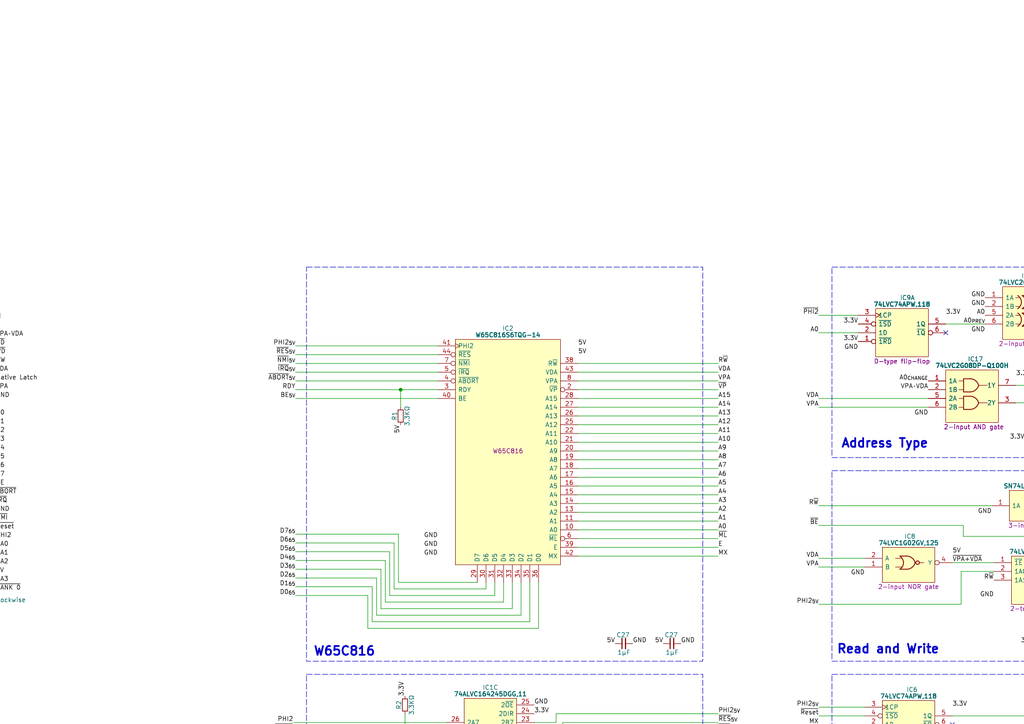
<source format=kicad_sch>
(kicad_sch (version 20230121) (generator eeschema)
  (paper "A4")
  (junction (at 144.145 274.32))
  (junction (at 118.745 214.63))
  (junction (at 121.285 219.71))
  (junction (at 117.475 222.25))
  (junction (at 116.205 113.03))
  (junction (at 440.69 187.96))
  (junction (at 120.015 217.17))
  (junction (at 114.935 274.32))
  (no_connect (at 440.69 88.265))
  (no_connect (at 349.885 163.195))
  (no_connect (at 313.69 168.275))
  (no_connect (at 428.625 277.495))
  (no_connect (at 311.15 87.63))
  (no_connect (at 313.69 165.735))
  (no_connect (at -13.97 166.37))
  (no_connect (at 276.225 210.185))
  (no_connect (at 276.225 220.345))
  (no_connect (at 440.69 93.345))
  (no_connect (at 440.69 90.805))
  (no_connect (at 274.32 96.52))
  (no_connect (at 140.335 279.4))
  (wire (pts (xy 512.445 116.205) (xy 486.41 116.205)))
  (wire (pts (xy 99.695 274.32) (xy 114.935 274.32)))
  (wire (pts (xy 99.695 274.32) (xy 99.695 279.4)))
  (wire (pts (xy 208.28 130.81) (xy 167.64 130.81)))
  (wire (pts (xy 85.725 115.57) (xy 127 115.57)))
  (wire (pts (xy 121.285 219.71) (xy 121.285 234.95)))
  (wire (pts (xy 118.745 214.63) (xy 129.54 214.63)))
  (wire (pts (xy 208.28 133.35) (xy 167.64 133.35)))
  (wire (pts (xy 115.57 168.91) (xy 115.57 154.94)))
  (wire (pts (xy 512.445 111.125) (xy 486.41 111.125)))
  (wire (pts (xy 445.77 109.22) (xy 445.77 106.045)))
  (wire (pts (xy 440.055 101.6) (xy 440.055 98.425)))
  (wire (pts (xy 274.32 93.98) (xy 285.75 93.98)))
  (wire (pts (xy 237.49 115.57) (xy 269.24 115.57)))
  (wire (pts (xy 451.485 116.84) (xy 451.485 113.665)))
  (wire (pts (xy 320.04 158.115) (xy 320.04 146.685)))
  (wire (pts (xy 237.49 118.11) (xy 269.24 118.11)))
  (wire (pts (xy 208.28 158.75) (xy 167.64 158.75)))
  (wire (pts (xy 156.21 182.245) (xy 106.68 182.245)))
  (wire (pts (xy 389.89 85.725) (xy 415.29 85.725)))
  (wire (pts (xy 114.935 274.32) (xy 114.935 276.86)))
  (wire (pts (xy 455.295 121.92) (xy 455.295 118.745)))
  (wire (pts (xy 170.815 219.71) (xy 170.815 222.25)))
  (wire (pts (xy 441.96 100.965) (xy 461.01 100.965)))
  (wire (pts (xy 114.3 157.48) (xy 85.725 157.48)))
  (wire (pts (xy 360.045 217.805) (xy 276.225 217.805)))
  (wire (pts (xy 85.725 170.18) (xy 107.95 170.18)))
  (wire (pts (xy 111.76 174.625) (xy 146.05 174.625)))
  (wire (pts (xy 512.445 208.28) (xy 486.41 208.28)))
  (wire (pts (xy 208.28 156.21) (xy 167.64 156.21)))
  (wire (pts (xy 167.005 217.17) (xy 154.94 217.17)))
  (wire (pts (xy 208.28 118.11) (xy 167.64 118.11)))
  (wire (pts (xy 278.765 175.26) (xy 278.765 165.735)))
  (wire (pts (xy 208.28 161.29) (xy 167.64 161.29)))
  (wire (pts (xy 360.045 273.685) (xy 342.9 273.685)))
  (wire (pts (xy 360.045 207.645) (xy 276.225 207.645)))
  (wire (pts (xy 208.28 125.73) (xy 167.64 125.73)))
  (wire (pts (xy 309.245 273.685) (xy 309.245 280.035)))
  (wire (pts (xy 106.68 182.245) (xy 106.68 172.72)))
  (wire (pts (xy 445.77 106.045) (xy 461.01 106.045)))
  (wire (pts (xy 117.475 207.01) (xy 117.475 222.25)))
  (wire (pts (xy 167.005 214.63) (xy 167.005 217.17)))
  (wire (pts (xy 449.58 111.125) (xy 461.01 111.125)))
  (wire (pts (xy 512.445 118.745) (xy 486.41 118.745)))
  (wire (pts (xy 168.91 219.71) (xy 154.94 219.71)))
  (wire (pts (xy 138.43 168.91) (xy 115.57 168.91)))
  (wire (pts (xy 389.89 114.3) (xy 449.58 114.3)))
  (wire (pts (xy 453.39 119.38) (xy 453.39 116.205)))
  (wire (pts (xy 389.89 149.86) (xy 415.29 149.86)))
  (wire (pts (xy 163.195 209.55) (xy 163.195 212.09)))
  (wire (pts (xy 116.205 113.03) (xy 127 113.03)))
  (wire (pts (xy 311.15 276.225) (xy 311.15 294.64)))
  (wire (pts (xy 389.89 165.1) (xy 415.29 165.1)))
  (wire (pts (xy 113.03 172.72) (xy 113.03 160.02)))
  (wire (pts (xy 153.67 180.34) (xy 153.67 168.91)))
  (wire (pts (xy 443.865 103.505) (xy 461.01 103.505)))
  (wire (pts (xy 208.28 120.65) (xy 167.64 120.65)))
  (wire (pts (xy 208.28 143.51) (xy 167.64 143.51)))
  (wire (pts (xy 116.205 234.95) (xy 121.285 234.95)))
  (wire (pts (xy 321.31 170.815) (xy 321.31 168.275)))
  (wire (pts (xy 389.89 162.56) (xy 415.29 162.56)))
  (wire (pts (xy 512.445 274.955) (xy 428.625 274.955)))
  (wire (pts (xy 85.09 222.25) (xy 117.475 222.25)))
  (wire (pts (xy 163.195 212.09) (xy 154.94 212.09)))
  (wire (pts (xy 85.725 113.03) (xy 116.205 113.03)))
  (wire (pts (xy 307.975 271.145) (xy 317.5 271.145)))
  (wire (pts (xy 237.49 205.105) (xy 250.825 205.105)))
  (wire (pts (xy 389.89 167.64) (xy 415.29 167.64)))
  (wire (pts (xy 208.28 113.03) (xy 167.64 113.03)))
  (wire (pts (xy 144.145 279.4) (xy 144.145 274.32)))
  (wire (pts (xy 85.09 209.55) (xy 129.54 209.55)))
  (wire (pts (xy 389.89 101.6) (xy 440.055 101.6)))
  (wire (pts (xy 237.49 297.18) (xy 279.4 297.18)))
  (wire (pts (xy 109.22 167.64) (xy 85.725 167.64)))
  (wire (pts (xy 237.49 152.4) (xy 279.4 152.4)))
  (wire (pts (xy 156.21 168.91) (xy 156.21 182.245)))
  (wire (pts (xy 107.95 170.18) (xy 107.95 180.34)))
  (wire (pts (xy 512.445 108.585) (xy 486.41 108.585)))
  (wire (pts (xy 321.31 168.275) (xy 324.485 168.275)))
  (wire (pts (xy 85.725 110.49) (xy 127 110.49)))
  (wire (pts (xy 208.28 140.97) (xy 167.64 140.97)))
  (wire (pts (xy 208.28 219.71) (xy 170.815 219.71)))
  (wire (pts (xy 148.59 168.91) (xy 148.59 176.53)))
  (wire (pts (xy 144.145 274.32) (xy 149.225 274.32)))
  (wire (pts (xy 109.22 178.435) (xy 109.22 167.64)))
  (wire (pts (xy 116.205 232.41) (xy 120.015 232.41)))
  (wire (pts (xy 106.68 172.72) (xy 85.725 172.72)))
  (wire (pts (xy 512.445 106.045) (xy 486.41 106.045)))
  (wire (pts (xy 85.09 219.71) (xy 121.285 219.71)))
  (wire (pts (xy 85.725 102.87) (xy 127 102.87)))
  (wire (pts (xy 512.445 198.12) (xy 486.41 198.12)))
  (wire (pts (xy 512.445 210.82) (xy 486.41 210.82)))
  (wire (pts (xy 276.225 163.195) (xy 288.29 163.195)))
  (wire (pts (xy 512.445 203.2) (xy 486.41 203.2)))
  (wire (pts (xy 208.28 153.67) (xy 167.64 153.67)))
  (wire (pts (xy 324.485 158.115) (xy 320.04 158.115)))
  (wire (pts (xy 208.28 148.59) (xy 167.64 148.59)))
  (wire (pts (xy 120.015 232.41) (xy 120.015 217.17)))
  (wire (pts (xy 121.285 219.71) (xy 129.54 219.71)))
  (wire (pts (xy 151.13 168.91) (xy 151.13 178.435)))
  (wire (pts (xy 389.89 90.805) (xy 415.29 90.805)))
  (wire (pts (xy 118.745 214.63) (xy 118.745 229.87)))
  (wire (pts (xy 165.1 214.63) (xy 154.94 214.63)))
  (wire (pts (xy 389.89 280.035) (xy 403.225 280.035)))
  (wire (pts (xy 237.49 292.1) (xy 279.4 292.1)))
  (wire (pts (xy 161.29 209.55) (xy 154.94 209.55)))
  (wire (pts (xy 389.89 147.32) (xy 415.29 147.32)))
  (wire (pts (xy 237.49 175.26) (xy 278.765 175.26)))
  (wire (pts (xy 440.055 98.425) (xy 461.01 98.425)))
  (wire (pts (xy 237.49 210.185) (xy 250.825 210.185)))
  (wire (pts (xy 389.89 157.48) (xy 415.29 157.48)))
  (wire (pts (xy 85.725 154.94) (xy 115.57 154.94)))
  (wire (pts (xy 512.445 103.505) (xy 486.41 103.505)))
  (wire (pts (xy 237.49 96.52) (xy 248.92 96.52)))
  (wire (pts (xy 389.89 121.92) (xy 455.295 121.92)))
  (wire (pts (xy 85.09 217.17) (xy 120.015 217.17)))
  (wire (pts (xy 208.28 217.17) (xy 168.91 217.17)))
  (wire (pts (xy 143.51 168.91) (xy 143.51 172.72)))
  (wire (pts (xy 237.49 264.795) (xy 278.765 264.795)))
  (wire (pts (xy 360.045 99.695) (xy 349.885 99.695)))
  (wire (pts (xy 320.04 146.685) (xy 313.055 146.685)))
  (wire (pts (xy 512.445 195.58) (xy 486.41 195.58)))
  (wire (pts (xy 304.165 264.795) (xy 307.975 264.795)))
  (wire (pts (xy 85.09 224.79) (xy 88.9 224.79)))
  (wire (pts (xy 208.28 138.43) (xy 167.64 138.43)))
  (wire (pts (xy 237.49 207.645) (xy 250.825 207.645)))
  (wire (pts (xy 512.445 205.74) (xy 486.41 205.74)))
  (wire (pts (xy 389.89 152.4) (xy 415.29 152.4)))
  (wire (pts (xy 110.49 176.53) (xy 110.49 165.1)))
  (wire (pts (xy 360.045 158.115) (xy 349.885 158.115)))
  (wire (pts (xy 440.69 200.66) (xy 440.69 187.96)))
  (wire (pts (xy 453.39 116.205) (xy 461.01 116.205)))
  (wire (pts (xy 165.1 212.09) (xy 165.1 214.63)))
  (wire (pts (xy 237.49 294.64) (xy 279.4 294.64)))
  (wire (pts (xy 151.13 178.435) (xy 109.22 178.435)))
  (wire (pts (xy 208.28 229.87) (xy 198.12 229.87)))
  (wire (pts (xy 360.045 111.76) (xy 294.64 111.76)))
  (wire (pts (xy 389.89 106.68) (xy 443.865 106.68)))
  (wire (pts (xy 237.49 277.495) (xy 250.825 277.495)))
  (wire (pts (xy 512.445 193.04) (xy 486.41 193.04)))
  (wire (pts (xy 278.765 165.735) (xy 288.29 165.735)))
  (wire (pts (xy 461.01 200.66) (xy 440.69 200.66)))
  (wire (pts (xy 208.28 107.95) (xy 167.64 107.95)))
  (wire (pts (xy 441.96 104.14) (xy 441.96 100.965)))
  (wire (pts (xy 311.15 294.64) (xy 304.8 294.64)))
  (wire (pts (xy 140.335 274.32) (xy 144.145 274.32)))
  (wire (pts (xy 237.49 267.335) (xy 278.765 267.335)))
  (wire (pts (xy 208.28 135.89) (xy 167.64 135.89)))
  (wire (pts (xy 208.28 209.55) (xy 163.195 209.55)))
  (wire (pts (xy 443.865 106.68) (xy 443.865 103.505)))
  (wire (pts (xy 85.09 214.63) (xy 118.745 214.63)))
  (wire (pts (xy 389.89 154.94) (xy 415.29 154.94)))
  (wire (pts (xy 140.97 170.815) (xy 114.3 170.815)))
  (wire (pts (xy 116.205 229.87) (xy 118.745 229.87)))
  (wire (pts (xy 208.28 105.41) (xy 167.64 105.41)))
  (wire (pts (xy 389.89 160.02) (xy 415.29 160.02)))
  (wire (pts (xy 309.245 280.035) (xy 276.225 280.035)))
  (wire (pts (xy 360.045 173.355) (xy 349.885 173.355)))
  (wire (pts (xy 440.69 187.96) (xy 461.01 187.96)))
  (wire (pts (xy 85.725 162.56) (xy 111.76 162.56)))
  (wire (pts (xy 279.4 152.4) (xy 279.4 155.575)))
  (wire (pts (xy 389.89 109.22) (xy 445.77 109.22)))
  (wire (pts (xy 85.725 107.95) (xy 127 107.95)))
  (wire (pts (xy 447.675 111.76) (xy 447.675 108.585)))
  (wire (pts (xy 237.49 161.925) (xy 250.825 161.925)))
  (wire (pts (xy 85.725 100.33) (xy 127 100.33)))
  (wire (pts (xy 116.205 113.03) (xy 116.205 118.11)))
  (wire (pts (xy 107.95 180.34) (xy 153.67 180.34)))
  (wire (pts (xy 455.295 118.745) (xy 461.01 118.745)))
  (wire (pts (xy 311.15 276.225) (xy 317.5 276.225)))
  (wire (pts (xy 208.28 214.63) (xy 167.005 214.63)))
  (wire (pts (xy 317.5 273.685) (xy 309.245 273.685)))
  (wire (pts (xy 148.59 176.53) (xy 110.49 176.53)))
  (wire (pts (xy 120.015 217.17) (xy 129.54 217.17)))
  (wire (pts (xy 143.51 172.72) (xy 113.03 172.72)))
  (wire (pts (xy 447.675 108.585) (xy 461.01 108.585)))
  (wire (pts (xy 113.03 160.02) (xy 85.725 160.02)))
  (wire (pts (xy 360.045 168.275) (xy 349.885 168.275)))
  (wire (pts (xy 99.695 279.4) (xy 100.965 279.4)))
  (wire (pts (xy 208.28 241.935) (xy 168.275 241.935)))
  (wire (pts (xy 389.89 104.14) (xy 441.96 104.14)))
  (wire (pts (xy 117.475 222.25) (xy 129.54 222.25)))
  (wire (pts (xy 237.49 164.465) (xy 250.825 164.465)))
  (wire (pts (xy 208.28 151.13) (xy 167.64 151.13)))
  (wire (pts (xy 170.815 222.25) (xy 154.94 222.25)))
  (wire (pts (xy 512.445 100.965) (xy 486.41 100.965)))
  (wire (pts (xy 208.28 212.09) (xy 165.1 212.09)))
  (wire (pts (xy 110.49 165.1) (xy 85.725 165.1)))
  (wire (pts (xy 389.89 144.78) (xy 415.29 144.78)))
  (wire (pts (xy 237.49 280.035) (xy 250.825 280.035)))
  (wire (pts (xy 85.725 105.41) (xy 127 105.41)))
  (wire (pts (xy 512.445 113.665) (xy 486.41 113.665)))
  (wire (pts (xy 449.58 114.3) (xy 449.58 111.125)))
  (wire (pts (xy 237.49 215.265) (xy 250.825 215.265)))
  (wire (pts (xy 237.49 262.255) (xy 278.765 262.255)))
  (wire (pts (xy 208.28 128.27) (xy 167.64 128.27)))
  (wire (pts (xy 208.28 146.05) (xy 167.64 146.05)))
  (wire (pts (xy 313.69 173.355) (xy 324.485 173.355)))
  (wire (pts (xy 451.485 113.665) (xy 461.01 113.665)))
  (wire (pts (xy 208.28 207.01) (xy 161.29 207.01)))
  (wire (pts (xy 208.28 110.49) (xy 167.64 110.49)))
  (wire (pts (xy 237.49 146.685) (xy 287.655 146.685)))
  (wire (pts (xy 168.91 217.17) (xy 168.91 219.71)))
  (wire (pts (xy 360.045 116.84) (xy 294.64 116.84)))
  (wire (pts (xy 85.09 212.09) (xy 129.54 212.09)))
  (wire (pts (xy 389.89 111.76) (xy 447.675 111.76)))
  (wire (pts (xy 389.89 88.265) (xy 415.29 88.265)))
  (wire (pts (xy 161.29 207.01) (xy 161.29 209.55)))
  (wire (pts (xy 140.97 168.91) (xy 140.97 170.815)))
  (wire (pts (xy 512.445 190.5) (xy 486.41 190.5)))
  (wire (pts (xy 208.28 123.19) (xy 167.64 123.19)))
  (wire (pts (xy 111.76 162.56) (xy 111.76 174.625)))
  (wire (pts (xy 237.49 91.44) (xy 248.92 91.44)))
  (wire (pts (xy 279.4 155.575) (xy 324.485 155.575)))
  (wire (pts (xy 389.89 274.955) (xy 403.225 274.955)))
  (wire (pts (xy 389.89 119.38) (xy 453.39 119.38)))
  (wire (pts (xy 440.69 95.885) (xy 461.01 95.885)))
  (wire (pts (xy 389.89 116.84) (xy 451.485 116.84)))
  (wire (pts (xy 146.05 174.625) (xy 146.05 168.91)))
  (wire (pts (xy 208.28 115.57) (xy 167.64 115.57)))
  (wire (pts (xy 307.975 264.795) (xy 307.975 271.145)))
  (wire (pts (xy 313.69 170.815) (xy 321.31 170.815)))
  (wire (pts (xy 114.3 170.815) (xy 114.3 157.48)))
  (rectangle (start 241.3 254.635) (end 356.235 309.88) (stroke (width 0) (type dash)))
  (rectangle (start 88.9 195.58) (end 203.835 250.825) (stroke (width 0) (type dash)))
  (rectangle (start 88.9 254.635) (end 203.835 309.88) (stroke (width 0) (type dash)))
  (rectangle (start 393.7 77.47) (end 508.635 132.715) (stroke (width 0) (type dash)))
  (rectangle (start 241.3 136.525) (end 356.235 191.77) (stroke (width 0) (type dash)))
  (rectangle (start 393.7 254.635) (end 508.635 309.88) (stroke (width 0) (type dash)))
  (rectangle (start 241.3 77.47) (end 356.235 132.715) (stroke (width 0) (type dash)))
  (rectangle (start 241.3 195.58) (end 356.235 250.825) (stroke (width 0) (type dash)))
  (rectangle (start 88.9 77.47) (end 203.835 191.77) (stroke (width 0) (type dash)))
  (rectangle (start 393.7 136.525) (end 508.635 250.825) (stroke (width 0) (type dash)))
  (text "Data" (at 394.97 130.81 0) (effects (font (size 2.54 2.54) (thickness 0.508) bold) (justify left bottom)))
  (text "Bank Zero detect" (at 242.57 307.975 0) (effects (font (size 2.54 2.54) (thickness 0.508) bold) (justify left bottom)))
  (text "Read and Write" (at 242.57 189.865 0) (effects (font (size 2.54 2.54) (thickness 0.508) bold) (justify left bottom)))
  (text "Bank Capture" (at 395.605 248.285 0) (effects (font (size 2.54 2.54) (thickness 0.508) bold) (justify left bottom)))
  (text "Address Type" (at 243.84 130.175 0) (effects (font (size 2.54 2.54) (thickness 0.508) bold) (justify left bottom)))
  (text "M and X capture" (at 242.57 248.92 0) (effects (font (size 2.54 2.54) (thickness 0.508) bold) (justify left bottom)))
  (text "Power" (at 91.44 306.705 0) (effects (font (size 2.54 2.54) (thickness 0.508) bold) (justify left bottom)))
  (text "W65C816" (at 90.805 190.5 0) (effects (font (size 2.54 2.54) (thickness 0.508) bold) (justify left bottom)))
  (text "Native Mode" (at 394.97 307.975 0) (effects (font (size 2.54 2.54) (thickness 0.508) bold) (justify left bottom)))
  (text "Signals" (at 90.805 248.92 0) (effects (font (size 2.54 2.54) (thickness 0.508) bold) (justify left bottom)))
  (label "3.3V" (at 311.15 85.09 0))
  (label "GND" (at 318.77 127.635 0))
  (label "GND" (at 415.29 191.77 180))
  (label "GND" (at 415.29 95.885 180))
  (label "BE" (at -13.97 140.97 180))
  (label "BA5" (at 483.235 167.005 0))
  (label "~{RD}_{PART}" (at 313.69 173.355 0))
  (label "GND" (at -13.97 115.57 180))
  (label "BE_{5V}" (at 208.28 219.71 0))
  (label "A6" (at 208.28 138.43 0))
  (label "3.3V" (at 190.5 304.165 180))
  (label "GND" (at -1.27 148.59 0))
  (label "Opcode Valid" (at 360.045 111.76 0))
  (label "R~{W}" (at 237.49 146.685 180))
  (label "5V" (at -1.27 166.37 0))
  (label "D1" (at -1.27 123.19 0))
  (label "GND" (at 302.26 127.635 0))
  (label "GND" (at 191.135 287.655 0))
  (label "~{IRQ}" (at -1.27 146.05 0))
  (label "3.3V" (at 154.94 207.01 0))
  (label "VPA·VDA" (at 360.045 116.84 0))
  (label "GND" (at 324.485 103.505 180))
  (label "GND" (at 179.705 304.165 0))
  (label "~{IRQ}_{5V}" (at 85.725 107.95 180))
  (label "A13" (at -13.97 133.35 180))
  (label "D5_{VHC}" (at 440.69 154.94 0))
  (label "BA2" (at 483.235 151.13 0))
  (label "GND" (at 250.825 225.425 180))
  (label "GND" (at 191.135 285.115 0))
  (label "D7" (at -1.27 138.43 0))
  (label "D4" (at 512.445 108.585 0))
  (label "GND" (at 337.185 304.8 0))
  (label "GND" (at 285.75 96.52 180))
  (label "3.3V" (at 313.69 127.635 180))
  (label "MX" (at 208.28 161.29 0))
  (label "D5_{65}" (at 389.89 109.22 180))
  (label "D6_{65}" (at 389.89 106.68 180))
  (label "A14" (at 208.28 118.11 0))
  (label "D4_{VHC}" (at 462.915 164.465 180))
  (label "5V" (at 482.6 245.11 180))
  (label "A0_{PREV}" (at 285.75 93.98 180))
  (label "~{ABORT}_{5V}" (at 208.28 217.17 0))
  (label "D2_{65}" (at 389.89 116.84 180))
  (label "3.3V" (at 329.565 186.69 180))
  (label "A15" (at 208.28 115.57 0))
  (label "~{PHI2}" (at 237.49 215.265 180))
  (label "R~{W}" (at 288.29 168.275 180))
  (label "D5_{65}" (at 461.01 195.58 180))
  (label "BA3" (at 512.445 210.82 0))
  (label "D1_{65}" (at 85.725 170.18 180))
  (label "~{NMI}_{5V}" (at 85.725 105.41 180))
  (label "3.3V" (at 344.805 245.745 180))
  (label "GND" (at 250.825 167.005 180))
  (label "5V" (at 167.64 100.33 0))
  (label "GND" (at 172.72 232.41 180))
  (label "A5" (at -13.97 110.49 180))
  (label "GND" (at 324.485 163.195 180))
  (label "GND" (at 269.24 120.65 180))
  (label "VPA" (at 208.28 110.49 0))
  (label "~{DE}" (at 440.69 95.885 0))
  (label "BA6" (at -13.97 158.75 180))
  (label "A15" (at -13.97 138.43 180))
  (label "VPA" (at 237.49 118.11 180))
  (label "3.3V" (at 248.92 99.06 180))
  (label "A5" (at 208.28 140.97 0))
  (label "A7" (at -13.97 118.11 180))
  (label "D1_{65}" (at 389.89 119.38 180))
  (label "GND" (at 197.485 186.69 0))
  (label "5V" (at 178.435 186.69 180))
  (label "GND" (at 305.435 186.69 0))
  (label "BA1" (at 483.235 148.59 0))
  (label "D7" (at 512.445 100.965 0))
  (label "BA1" (at 237.49 294.64 180))
  (label "D5" (at 512.445 106.045 0))
  (label "D2" (at -1.27 125.73 0))
  (label "MX" (at 237.49 210.185 180))
  (label "BA5" (at 237.49 267.335 180))
  (label "5V" (at 332.105 304.8 180))
  (label "RDY" (at 85.725 113.03 180))
  (label "BA5+BA6+BA7" (at 304.165 264.795 0))
  (label "X" (at -1.27 95.25 0))
  (label "A9" (at 208.28 130.81 0))
  (label "D6_{VHC}" (at 462.915 169.545 180))
  (label "GND" (at 285.75 88.9 180))
  (label "A4" (at -13.97 107.95 180))
  (label "3.3V" (at 198.12 227.33 0))
  (label "RDY" (at -13.97 143.51 180))
  (label "D6_{65}" (at 85.725 157.48 180))
  (label "BE" (at 85.09 222.25 180))
  (label "VDA" (at -1.27 107.95 0))
  (label "BA0" (at -1.27 158.75 0))
  (label "FET ~{OE}" (at 440.69 187.96 0))
  (label "D7_{65}" (at 389.89 104.14 180))
  (label "BA2" (at -1.27 163.83 0))
  (label "BA0" (at 483.235 146.05 0))
  (label "A3" (at 208.28 146.05 0))
  (label "5V" (at 304.165 262.255 0))
  (label "D1_{VHC}" (at 440.69 165.1 0))
  (label "D1_{65}" (at 389.89 165.1 180))
  (label "GND" (at 501.015 245.11 0))
  (label "3.3V" (at 149.225 274.32 0))
  (label "BA4" (at 483.235 164.465 0))
  (label "GND" (at 287.655 149.225 180))
  (label "A0" (at 285.75 91.44 180))
  (label "~{ML}" (at 208.28 156.21 0))
  (label "D6_{VHC}" (at 440.69 152.4 0))
  (label "GND" (at 165.735 282.575 180))
  (label "~{ABORT}" (at 85.09 219.71 180))
  (label "3.3V" (at 294.64 109.22 0))
  (label "5V" (at 305.435 304.8 180))
  (label "DE" (at 389.89 88.265 180))
  (label "BA0" (at 237.49 297.18 180))
  (label "A11" (at 208.28 125.73 0))
  (label "D6_{65}" (at 461.01 193.04 180))
  (label "3.3V" (at 428.625 272.415 0))
  (label "GND" (at 154.94 227.33 0))
  (label "D5_{65}" (at 85.725 160.02 180))
  (label "~{BE}" (at 237.49 152.4 180))
  (label "3.3V" (at 313.69 163.195 0))
  (label "D4_{65}" (at 389.89 111.76 180))
  (label "D0_{65}" (at 85.725 172.72 180))
  (label "BA0+BA1+BA2" (at 304.8 294.64 0))
  (label "~{PHI2}" (at 389.89 85.725 180))
  (label "5V" (at 276.225 277.495 0))
  (label "~{BE}" (at 208.28 229.87 0))
  (label "~{NMI}" (at 85.09 214.63 180))
  (label "D1_{VHC}" (at 462.915 148.59 180))
  (label "BA7" (at 512.445 190.5 0))
  (label "A12" (at -13.97 130.81 180))
  (label "3.3V" (at 349.885 155.575 0))
  (label "GND" (at 461.01 213.36 180))
  (label "GND" (at 114.935 279.4 180))
  (label "GND" (at 403.225 277.495 180))
  (label "DE" (at 116.205 237.49 0))
  (label "~{PHI2}" (at 208.28 241.935 0))
  (label "GND" (at 195.58 304.165 0))
  (label "5V" (at 314.325 186.69 180))
  (label "GND" (at 250.825 285.115 180))
  (label "3.3V" (at 248.92 93.98 180))
  (label "D4_{65}" (at 461.01 198.12 180))
  (label "VDA" (at 237.49 161.925 180))
  (label "D3_{VHC}" (at 462.915 153.67 180))
  (label "~{BANK 0}" (at 360.045 273.685 0))
  (label "Native Latch" (at 512.445 274.955 0))
  (label "BA5" (at 512.445 195.58 0))
  (label "GND" (at 487.68 245.11 0))
  (label "D5_{VHC}" (at 462.915 167.005 180))
  (label "~{IRQ}" (at 85.09 217.17 180))
  (label "GND" (at 278.765 269.875 180))
  (label "D1_{65}" (at 461.01 205.74 180))
  (label "A14" (at -13.97 135.89 180))
  (label "D6_{65}" (at 389.89 152.4 180))
  (label "VDA" (at 208.28 107.95 0))
  (label "5V" (at 165.735 267.335 180))
  (label "X" (at 360.045 207.645 0))
  (label "GND" (at 165.735 290.195 180))
  (label "BA6" (at 483.235 169.545 0))
  (label "GND" (at 403.225 282.575 180))
  (label "D3" (at -1.27 128.27 0))
  (label "3.3V" (at 95.885 237.49 180))
  (label "A1" (at -13.97 95.25 180))
  (label "R~{W}" (at 208.28 105.41 0))
  (label "~{R}W" (at 360.045 158.115 0))
  (label "A8" (at -13.97 120.65 180))
  (label "5V" (at 318.77 304.8 180))
  (label "5V" (at 345.44 304.8 180))
  (label "VPA" (at 324.485 100.965 180))
  (label "A3" (at -13.97 105.41 180))
  (label "3.3V" (at 313.055 144.145 0))
  (label "A1" (at 208.28 151.13 0))
  (label "PHI2_{5V}" (at 237.49 205.105 180))
  (label "5V" (at 99.695 274.32 180))
  (label "~{NMI}_{5V}" (at 208.28 212.09 0))
  (label "GND" (at 191.135 290.195 0))
  (label "GND" (at 154.94 224.79 0))
  (label "3.3V" (at 191.135 267.335 0))
  (label "5V" (at 495.935 245.11 180))
  (label "VPA" (at 237.49 164.465 180))
  (label "~{R}W" (at -1.27 105.41 0))
  (label "BA6" (at 512.445 193.04 0))
  (label "~{VP}" (at -13.97 168.91 180))
  (label "BA7" (at 237.49 262.255 180))
  (label "A4" (at 208.28 143.51 0))
  (label "GND" (at 127 156.21 180))
  (label "D3_{65}" (at 85.725 165.1 180))
  (label "BE" (at 389.89 90.805 180))
  (label "BE_{5V}" (at 85.725 115.57 180))
  (label "BA3" (at -1.27 168.91 0))
  (label "PHI2" (at -1.27 156.21 0))
  (label "A0" (at 237.49 96.52 180))
  (label "BA5" (at -13.97 161.29 180))
  (label "3.3V" (at 250.825 222.885 180))
  (label "D5" (at -1.27 133.35 0))
  (label "BA3" (at 483.235 153.67 0))
  (label "D3" (at 512.445 111.125 0))
  (label "D0" (at 512.445 118.745 0))
  (label "~{ABORT}" (at -1.27 143.51 0))
  (label "D2_{65}" (at 461.01 208.28 180))
  (label "~{WD}" (at 360.045 168.275 0))
  (label "GND" (at 106.045 279.4 0))
  (label "3.3V" (at 168.275 239.395 0))
  (label "5V" (at 174.625 304.165 180))
  (label "A8" (at 208.28 133.35 0))
  (label "~{IRQ}_{5V}" (at 208.28 214.63 0))
  (label "D2_{65}" (at 85.725 167.64 180))
  (label "GND" (at 165.735 287.655 180))
  (label "A9" (at -13.97 123.19 180))
  (label "D0_{65}" (at 389.89 121.92 180))
  (label "R~{W}" (at -13.97 151.13 180))
  (label "PHI2" (at 85.09 209.55 180))
  (label "D7_{VHC}" (at 440.69 149.86 0))
  (label "D7_{65}" (at 389.89 149.86 180))
  (label "~{Reset}" (at 237.49 207.645 180))
  (label "3.3V" (at 349.885 97.155 0))
  (label "D3_{65}" (at 389.89 160.02 180))
  (label "VPA·VDA" (at -1.27 97.79 0))
  (label "~{BE}" (at 324.485 160.655 180))
  (label "A0" (at -13.97 92.71 180))
  (label "~{PHI2}" (at 389.89 147.32 180))
  (label "GND" (at 288.29 173.355 180))
  (label "D3_{VHC}" (at 440.69 160.02 0))
  (label "5V" (at 486.41 187.96 0))
  (label "3.3V" (at 440.69 85.725 0))
  (label "D0_{65}" (at 461.01 203.2 180))
  (label "D0_{VHC}" (at 462.915 146.05 180))
  (label "BA0" (at 512.445 203.2 0))
  (label "DE" (at -1.27 140.97 0))
  (label "D4_{65}" (at 85.725 162.56 180))
  (label "GND" (at 129.54 227.33 180))
  (label "3.3V" (at 297.18 127.635 180))
  (label "~{NMI}" (at -1.27 151.13 0))
  (label "GND" (at 324.485 175.895 180))
  (label "RW_{PART}" (at 313.055 146.685 0))
  (label "DE" (at 85.09 224.79 180))
  (label "A13" (at 208.28 120.65 0))
  (label "D2" (at 512.445 113.665 0))
  (label "GND" (at 248.92 101.6 180))
  (label "GND" (at 154.94 204.47 0))
  (label "GND" (at -1.27 115.57 0))
  (label "GND" (at 310.515 304.8 0))
  (label "D6" (at -1.27 135.89 0))
  (label "PHI2_{5V}" (at 237.49 175.26 180))
  (label "D7_{VHC}" (at 462.915 172.085 180))
  (label "~{BE}" (at 324.485 165.735 180))
  (label "D6" (at 512.445 103.505 0))
  (label "5V" (at 276.225 160.655 0))
  (label "5V" (at 440.69 144.78 0))
  (label "GND" (at 415.29 170.18 180))
  (label "MX" (at 250.825 220.345 180))
  (label "BA2" (at 512.445 208.28 0))
  (label "A6" (at -13.97 113.03 180))
  (label "~{Reset}" (at -1.27 153.67 0))
  (label "BA7" (at -13.97 156.21 180))
  (label "GND" (at 127 161.29 180))
  (label "Address Valid" (at 360.045 99.695 0))
  (label "BA1" (at -1.27 161.29 0))
  (label "PHI2" (at 142.875 241.935 180))
  (label "D4_{VHC}" (at 440.69 157.48 0))
  (label "D7_{65}" (at 461.01 190.5 180))
  (label "3.3V" (at 95.885 234.95 180))
  (label "~{RD}" (at 360.045 173.355 0))
  (label "GND" (at 279.4 299.72 180))
  (label "~{BANK 0}" (at -1.27 171.45 0))
  (label "3.3V" (at 250.825 212.725 180))
  (label "~{RD}" (at -1.27 100.33 0))
  (label "A2" (at 208.28 148.59 0))
  (label "GND" (at 319.405 186.69 0))
  (label "R~{W}" (at 389.89 101.6 180))
  (label "GND" (at 334.645 186.69 0))
  (label "BA4" (at -13.97 163.83 180))
  (label "GND" (at 350.52 304.8 0))
  (label "GND" (at -13.97 148.59 180))
  (label "3.3V" (at 274.32 91.44 0))
  (label "~{PHI2}" (at -13.97 153.67 180))
  (label "GND" (at 403.225 272.415 180))
  (label "BE" (at 172.72 229.87 180))
  (label "D2_{VHC}" (at 462.915 151.13 180))
  (label "BA2" (at 237.49 292.1 180))
  (label "~{Reset}" (at 85.09 212.09 180))
  (label "3.3V" (at 276.225 205.105 0))
  (label "A11" (at -13.97 128.27 180))
  (label "3.3V" (at 117.475 201.93 90))
  (label "~{BE}" (at 415.29 186.69 180))
  (label "A0_{CHANGE}" (at 311.15 92.71 0))
  (label "3.3V" (at 300.355 186.69 180))
  (label "E" (at -1.27 118.11 0))
  (label "D4_{65}" (at 389.89 157.48 180))
  (label "~{WD}" (at -1.27 102.87 0))
  (label "GND" (at 317.5 278.765 180))
  (label "M" (at -1.27 92.71 0))
  (label "GND" (at 334.01 127.635 0))
  (label "PHI2_{5V}" (at 208.28 207.01 0))
  (label "3.3V" (at 345.44 186.69 180))
  (label "5V" (at 165.735 269.875 180))
  (label "GND" (at 250.825 282.575 180))
  (label "PHI2_{5V}" (at 85.725 100.33 180))
  (label "A10" (at 208.28 128.27 0))
  (label "GND" (at 501.65 304.8 0))
  (label "~{ML}" (at -13.97 171.45 180))
  (label "M" (at 360.045 217.805 0))
  (label "Native Latch" (at -1.27 110.49 0))
  (label "D2_{65}" (at 389.89 162.56 180))
  (label "GND" (at 350.52 186.69 0))
  (label "VPA" (at -1.27 113.03 0))
  (label "D5_{65}" (at 389.89 154.94 180))
  (label "D2_{VHC}" (at 440.69 162.56 0))
  (label "3.3V" (at 95.885 229.87 180))
  (label "BA4" (at 237.49 277.495 180))
  (label "~{RES}_{5V}" (at 208.28 209.55 0))
  (label "VPA·VDA" (at 269.24 113.03 180))
  (label "~{VPA+VDA}" (at 276.225 163.195 0))
  (label "D0_{65}" (at 389.89 167.64 180))
  (label "D1" (at 512.445 116.205 0))
  (label "A12" (at 208.28 123.19 0))
  (label "5V" (at 167.64 102.87 0))
  (label "~{Reset}" (at 389.89 280.035 180))
  (label "3.3V" (at 328.93 127.635 180))
  (label "A0" (at 208.28 153.67 0))
  (label "~{RES}_{5V}" (at 85.725 102.87 180))
  (label "A10" (at -13.97 125.73 180))
  (label "~{BE}" (at 324.485 170.815 180))
  (label "VDA" (at 324.485 98.425 180))
  (label "BA7" (at 483.235 172.085 0))
  (label "D0" (at -1.27 120.65 0))
  (label "VDA" (at 237.49 115.57 180))
  (label "GND" (at 323.85 304.8 0))
  (label "3.3V" (at 440.69 185.42 0))
  (label "BA4" (at 512.445 198.12 0))
  (label "5V" (at 116.205 123.19 270))
  (label "~{ABORT}_{5V}" (at 85.725 110.49 180))
  (label "GND" (at 349.885 245.745 0))
  (label "~{WD}_{PART}" (at 313.69 170.815 0))
  (label "BA3" (at 237.49 280.035 180))
  (label "D3_{65}" (at 389.89 114.3 180))
  (label "A0_{CHANGE}" (at 269.24 110.49 180))
  (label "D3_{65}" (at 461.01 210.82 180))
  (label "~{Reset}" (at 250.825 217.805 180))
  (label "5V" (at 192.405 186.69 180))
  (label "GND" (at 183.515 186.69 0))
  (label "D4" (at -1.27 130.81 0))
  (label "~{BE}" (at 389.89 144.78 180))
  (label "E" (at 208.28 158.75 0))
  (label "GND" (at 149.225 279.4 0))
  (label "BA3+BA4" (at 276.225 280.035 0))
  (label "GND" (at 142.875 244.475 180))
  (label "A2" (at -13.97 102.87 180))
  (label "3.3V" (at 496.57 304.8 180))
  (label "GND" (at 127 158.75 180))
  (label "5V" (at 342.9 271.145 0))
  (label "A7" (at 208.28 135.89 0))
  (label "3.3V" (at 191.135 269.875 0))
  (label "5V" (at -13.97 97.79 180))
  (label "GND" (at 285.75 86.36 180))
  (label "D0_{VHC}" (at 440.69 167.64 0))
  (label "Opcode Valid" (at -13.97 100.33 180))
  (label "GND" (at 165.735 285.115 180))
  (label "E" (at 389.89 274.955 180))
  (label "D7_{65}" (at 85.725 154.94 180))
  (label "~{PHI2}" (at 237.49 91.44 180))
  (label "PHI2" (at 415.29 189.23 180))
  (label "3.3V" (at 95.885 232.41 180))
  (label "GND" (at 129.54 224.79 180))
  (label "BA1" (at 512.445 205.74 0))
  (label "GND" (at 191.135 282.575 0))
  (label "Address Valid" (at -13.97 146.05 180))
  (label "BA6" (at 237.49 264.795 180))
  (label "~{VP}" (at 208.28 113.03 0))
  (label "5V" (at 304.8 292.1 0))
  (symbol (lib_id "Nexperia:74LVC2G32DP,125_Multi") (at 415.29 186.69 0) (unit 2)
    (property "Reference" "IC15" (at 427.99 180.34 0))
    (property "Value" "74LVC2G32DP,125" (at 427.99 182.245 0) (effects (font bold)))
    (property "Footprint" "SOP65P400X110-8N" (effects hide))
    (property "Datasheet" "https://assets.nexperia.com/documents/data-sheet/74LVC2G32.pdf" (effects hide))
    (property "Description" "2-input OR gate" (at 427.99 194.945 0))
    (property "Height" "1.1" (effects hide))
    (property "Manufacturer_Name" "Nexperia" (effects hide))
    (property "Manufacturer_Part_Number" "74LVC2G32DP,125" (effects hide))
    (property "Mouser Part Number" "771-LVC2G32DP125" (effects hide))
    (property "Mouser Price/Stock" "https://www.mouser.co.uk/ProductDetail/Nexperia/74LVC2G32DP125?qs=me8TqzrmIYW%2FQ9dGbQTEYg%3D%3D" (effects hide))
    (property "Silkscreen" "'2G32" (effects hide))
  )
  (symbol (lib_id "HCP65:C_0805") (at 313.69 127.635 0) (unit 1)
    (property "Reference" "C23" (at 315.976 125.095 0))
    (property "Value" "1μF" (at 316.23 130.175 0))
    (property "Footprint" "SamacSys_Parts:C_0805" (effects hide))
    (instances (project "Pico Sound" (path "" (reference "C23") (unit 1))) (project "MPU Breakout" (path "" (reference "C17") (unit 1)) (path "" (reference "C8") (unit 1))))
  )
  (symbol (lib_id "HCP65:C_0805") (at 318.77 304.8 0) (unit 1)
    (property "Reference" "C30" (at 321.056 302.26 0))
    (property "Value" "1μF" (at 321.31 307.34 0))
    (property "Footprint" "SamacSys_Parts:C_0805" (effects hide))
    (instances (project "Pico Sound" (path "" (reference "C30") (unit 1))) (project "MPU Breakout" (path "" (reference "C4") (unit 1)) (path "" (reference "C10") (unit 1))))
  )
  (symbol (lib_id "HCP65:C_0805") (at 192.405 186.69 0) (unit 1)
    (property "Reference" "C27" (at 194.691 184.15 0))
    (property "Value" "1μF" (at 194.945 189.23 0))
    (property "Footprint" "SamacSys_Parts:C_0805" (effects hide))
    (instances (project "Pico Sound" (path "" (reference "C27") (unit 1))) (project "MPU Breakout" (path "" (reference "C6") (unit 1)) (path "" (reference "C4") (unit 1))))
  )
  (symbol (lib_id "Nexperia:74LVC74APW,118") (at 250.825 205.105 0) (unit 1)
    (property "Reference" "IC6" (at 262.89 200.025 0) (effects (justify left)))
    (property "Value" "74LVC74APW,118" (at 263.525 201.93 0) (effects (font bold)))
    (property "Footprint" "SOP65P640X110-14N" (effects hide))
    (property "Datasheet" "https://assets.nexperia.com/documents/data-sheet/74LVC74A.pdf" (effects hide))
    (property "Description" "D-type flip-flop" (at 263.525 228.6 0))
    (property "Height" "1.1" (effects hide))
    (property "Mouser Part Number" "771-74LVC74APW-T" (effects hide))
    (property "Mouser Price/Stock" "https://www.mouser.co.uk/ProductDetail/Nexperia/74LVC74APW118?qs=me8TqzrmIYVtXwVfet0lzw%3D%3D" (effects hide))
    (property "Manufacturer_Name" "Nexperia" (effects hide))
    (property "Manufacturer_Part_Number" "74LVC74APW,118" (effects hide))
    (property "Silkscreen" "74LVC74" (effects hide))
  )
  (symbol (lib_id "Bourns:CAY16-221J4LF") (at 462.915 146.05 0) (unit 1)
    (property "Reference" "RN2" (at 473.075 140.97 0))
    (property "Value" "CAY16-221J4LF" (at 473.075 142.875 0))
    (property "Footprint" "CAY1647R0F4LF" (effects hide))
    (property "Datasheet" "https://www.bourns.com/docs/Product-Datasheets/CATCAY.pdf" (effects hide))
    (property "Description" "220Ω 4-array resistor" (at 473.075 156.845 0))
    (property "Height" "0.6" (effects hide))
    (property "Manufacturer_Name" "Bourns" (effects hide))
    (property "Manufacturer_Part_Number" "CAY16-221J4LF" (effects hide))
    (property "Mouser Part Number" "652-CAY16-221J4LF" (effects hide))
    (property "Mouser Price/Stock" "https://www.mouser.co.uk/ProductDetail/Bourns/CAY16-221J4LF?qs=BKfsZh40Pd9sAo64tUrb9Q%3D%3D" (effects hide))
    (property "Arrow Part Number" "CAY16-221J4LF" (effects hide))
    (property "Arrow Price/Stock" "https://www.arrow.com/en/products/cay16-221j4lf/bourns?region=nac" (effects hide))
    (property "Silkscreen" "220Ω" (effects hide))
  )
  (symbol (lib_id "Nexperia:74LVC2G32DP,125_Multi") (at 324.485 98.425 0) (unit 1)
    (property "Reference" "IC15" (at 337.185 92.075 0))
    (property "Value" "74LVC2G32DP,125" (at 337.185 93.98 0) (effects (font bold)))
    (property "Footprint" "SOP65P400X110-8N" (effects hide))
    (property "Datasheet" "https://assets.nexperia.com/documents/data-sheet/74LVC2G32.pdf" (effects hide))
    (property "Description" "2-input OR gate" (at 337.185 106.68 0))
    (property "Height" "1.1" (effects hide))
    (property "Manufacturer_Name" "Nexperia" (effects hide))
    (property "Manufacturer_Part_Number" "74LVC2G32DP,125" (effects hide))
    (property "Mouser Part Number" "771-LVC2G32DP125" (effects hide))
    (property "Mouser Price/Stock" "https://www.mouser.co.uk/ProductDetail/Nexperia/74LVC2G32DP125?qs=me8TqzrmIYW%2FQ9dGbQTEYg%3D%3D" (effects hide))
    (property "Silkscreen" "'2G32" (effects hide))
  )
  (symbol (lib_id "HCP65:C_0805") (at 329.565 186.69 0) (unit 1)
    (property "Reference" "C23" (at 331.851 184.15 0))
    (property "Value" "1μF" (at 332.105 189.23 0))
    (property "Footprint" "SamacSys_Parts:C_0805" (effects hide))
    (instances (project "Pico Sound" (path "" (reference "C23") (unit 1))) (project "MPU Breakout" (path "" (reference "C21") (unit 1)) (path "" (reference "C12") (unit 1))))
  )
  (symbol (lib_id "Texas_Instruments:SN74LVC1G332DCKRG4") (at 278.765 262.255 0) (unit 1)
    (property "Reference" "IC10" (at 291.465 257.175 0))
    (property "Value" "SN74LVC1G332DCKRG4" (at 291.465 259.08 0) (effects (font bold)))
    (property "Footprint" "SOT65P210X110-6N" (effects hide))
    (property "Datasheet" "http://www.ti.com/lit/ds/symlink/sn74lvc1g332.pdf" (effects hide))
    (property "Description" "3-input OR gate" (at 291.465 273.05 0))
    (property "Height" "1.1" (effects hide))
    (property "Mouser Part Number" "595-LVC1G332DCKRG4" (effects hide))
    (property "Mouser Price/Stock" "https://www.mouser.co.uk/ProductDetail/Texas-Instruments/SN74LVC1G332DCKRG4?qs=nqigI8dpoHKsm9DcYnuRDQ%3D%3D" (effects hide))
    (property "Manufacturer_Name" "Texas Instruments" (effects hide))
    (property "Manufacturer_Part_Number" "SN74LVC1G332DCKRG4" (effects hide))
    (property "Silkscreen" "'1G332" (effects hide))
  )
  (symbol (lib_id "Bourns:CAY16-221J4LF") (at 462.915 164.465 0) (unit 1)
    (property "Reference" "RN1" (at 473.075 159.385 0))
    (property "Value" "CAY16-221J4LF" (at 473.075 161.29 0))
    (property "Footprint" "CAY1647R0F4LF" (effects hide))
    (property "Datasheet" "https://www.bourns.com/docs/Product-Datasheets/CATCAY.pdf" (effects hide))
    (property "Description" "220Ω 4-array resistor" (at 473.075 175.26 0))
    (property "Height" "0.6" (effects hide))
    (property "Manufacturer_Name" "Bourns" (effects hide))
    (property "Manufacturer_Part_Number" "CAY16-221J4LF" (effects hide))
    (property "Mouser Part Number" "652-CAY16-221J4LF" (effects hide))
    (property "Mouser Price/Stock" "https://www.mouser.co.uk/ProductDetail/Bourns/CAY16-221J4LF?qs=BKfsZh40Pd9sAo64tUrb9Q%3D%3D" (effects hide))
    (property "Arrow Part Number" "CAY16-221J4LF" (effects hide))
    (property "Arrow Price/Stock" "https://www.arrow.com/en/products/cay16-221j4lf/bourns?region=nac" (effects hide))
    (property "Silkscreen" "220Ω" (effects hide))
  )
  (symbol (lib_id "Texas_Instruments:SN74LVC1G332DCKRG4") (at 279.4 292.1 0) (unit 1)
    (property "Reference" "IC12" (at 292.1 287.02 0))
    (property "Value" "SN74LVC1G332DCKRG4" (at 292.1 288.925 0) (effects (font bold)))
    (property "Footprint" "SOT65P210X110-6N" (effects hide))
    (property "Datasheet" "http://www.ti.com/lit/ds/symlink/sn74lvc1g332.pdf" (effects hide))
    (property "Description" "3-input OR gate" (at 292.1 302.895 0))
    (property "Height" "1.1" (effects hide))
    (property "Mouser Part Number" "595-LVC1G332DCKRG4" (effects hide))
    (property "Mouser Price/Stock" "https://www.mouser.co.uk/ProductDetail/Texas-Instruments/SN74LVC1G332DCKRG4?qs=nqigI8dpoHKsm9DcYnuRDQ%3D%3D" (effects hide))
    (property "Manufacturer_Name" "Texas Instruments" (effects hide))
    (property "Manufacturer_Part_Number" "SN74LVC1G332DCKRG4" (effects hide))
    (property "Silkscreen" "'1G332" (effects hide))
  )
  (symbol (lib_id "HCP65:C_0805") (at 496.57 304.8 0) (unit 1)
    (property "Reference" "C23" (at 498.856 302.26 0))
    (property "Value" "1μF" (at 499.11 307.34 0))
    (property "Footprint" "SamacSys_Parts:C_0805" (effects hide))
    (instances (project "Pico Sound" (path "" (reference "C23") (unit 1))) (project "MPU Breakout" (path "" (reference "C1") (unit 1)) (path "" (reference "C19") (unit 1))))
  )
  (symbol (lib_id "Texas_Instruments:SN74LVC1G332DCKRG4") (at 250.825 277.495 0) (unit 1)
    (property "Reference" "IC13" (at 263.525 272.415 0))
    (property "Value" "SN74LVC1G332DCKRG4" (at 263.525 274.32 0) (effects (font bold)))
    (property "Footprint" "SOT65P210X110-6N" (effects hide))
    (property "Datasheet" "http://www.ti.com/lit/ds/symlink/sn74lvc1g332.pdf" (effects hide))
    (property "Description" "3-input OR gate" (at 263.525 288.29 0))
    (property "Height" "1.1" (effects hide))
    (property "Mouser Part Number" "595-LVC1G332DCKRG4" (effects hide))
    (property "Mouser Price/Stock" "https://www.mouser.co.uk/ProductDetail/Texas-Instruments/SN74LVC1G332DCKRG4?qs=nqigI8dpoHKsm9DcYnuRDQ%3D%3D" (effects hide))
    (property "Manufacturer_Name" "Texas Instruments" (effects hide))
    (property "Manufacturer_Part_Number" "SN74LVC1G332DCKRG4" (effects hide))
    (property "Silkscreen" "'1G332" (effects hide))
  )
  (symbol (lib_id "HCP65:R_0805") (at 116.205 123.19 90) (unit 1)
    (property "Reference" "R1" (at 114.427 120.65 0))
    (property "Value" "3.3KΩ" (at 118.11 120.65 0))
    (property "Footprint" "SamacSys_Parts:R_0805" (effects hide))
  )
  (symbol (lib_id "Nexperia:74LVC1G02GV,125") (at 250.825 161.925 0) (unit 1)
    (property "Reference" "IC8" (at 262.255 155.575 0) (effects (justify left)))
    (property "Value" "74LVC1G02GV,125" (at 254.635 157.48 0) (effects (font bold) (justify left)))
    (property "Footprint" "SOT95P275X110-5N" (effects hide))
    (property "Datasheet" "https://assets.nexperia.com/documents/data-sheet/74LVC1G02.pdf" (effects hide))
    (property "Description" "2-input NOR gate" (at 254.635 170.18 0) (effects (justify left)))
    (property "Height" "1.1" (effects hide))
    (property "Manufacturer_Name" "Nexperia" (effects hide))
    (property "Manufacturer_Part_Number" "74LVC1G02GV,125" (effects hide))
    (property "Mouser Part Number" "771-LVC1G02GV125" (effects hide))
    (property "Mouser Price/Stock" "https://www.mouser.co.uk/ProductDetail/Nexperia/74LVC1G02GV125?qs=me8TqzrmIYX6GMf4PLx9gg%3D%3D" (effects hide))
    (property "Silkscreen" "'1G02" (effects hide))
  )
  (symbol (lib_id "Nexperia:74LVC2G86DP,125") (at 285.75 86.36 0) (unit 1)
    (property "Reference" "IC18" (at 298.45 80.01 0))
    (property "Value" "74LVC2G86DP,125" (at 298.45 81.915 0) (effects (font bold)))
    (property "Footprint" "SOP65P400X110-8N" (effects hide))
    (property "Datasheet" "https://assets.nexperia.com/documents/data-sheet/74LVC2G86.pdf" (effects hide))
    (property "Description" "2-input XOR gate" (at 298.45 99.695 0))
    (property "Height" "1.1" (effects hide))
    (property "Manufacturer_Name" "Nexperia" (effects hide))
    (property "Manufacturer_Part_Number" "74LVC2G86DP,125" (effects hide))
    (property "Mouser Part Number" "771-LVC2G86DP125" (effects hide))
    (property "Mouser Price/Stock" "https://www.mouser.co.uk/ProductDetail/Nexperia/74LVC2G86DP125?qs=me8TqzrmIYU4VUcP1CeUGw%3D%3D" (effects hide))
    (property "Silkscreen" "'2G86" (effects hide))
  )
  (symbol (lib_id "WDC:W65C816S6TQG-14") (at 127 100.33 0) (unit 1)
    (property "Reference" "IC2" (at 147.32 95.25 0))
    (property "Value" "W65C816S6TQG-14" (at 147.32 97.155 0) (effects (font bold)))
    (property "Footprint" "SamacSys_Parts:W65C816 PLCC 0.8mm 44 Pin" (effects hide))
    (property "Datasheet" "https://componentsearchengine.com/Datasheets/1/W65C816S6TQG-14.pdf" (effects hide))
    (property "Description" "W65C816" (at 147.32 130.81 0))
    (property "Height" "4.57" (effects hide))
    (property "Mouser Part Number" "955-W65C816S6TQG-14" (effects hide))
    (property "Mouser Price/Stock" "https://www.mouser.co.uk/ProductDetail/Western-Design-Center-WDC/W65C816S6TQG-14?qs=9lcNTSmDlCpDFNJ8GRf7eQ%3D%3D" (effects hide))
    (property "Manufacturer_Name" "Western Design Center (WDC)" (effects hide))
    (property "Manufacturer_Part_Number" "W65C816S6TQG-14" (effects hide))
    (property "Silkscreen" "W65C816S" (effects hide))
  )
  (symbol (lib_id "HCP65:C_0805") (at 314.325 186.69 0) (unit 1)
    (property "Reference" "C27" (at 316.611 184.15 0))
    (property "Value" "1μF" (at 316.865 189.23 0))
    (property "Footprint" "SamacSys_Parts:C_0805" (effects hide))
    (instances (project "Pico Sound" (path "" (reference "C27") (unit 1))) (project "MPU Breakout" (path "" (reference "C14") (unit 1)) (path "" (reference "C9") (unit 1))))
  )
  (symbol (lib_id "HCP65:R_0805") (at 117.475 207.01 90) (unit 1)
    (property "Reference" "R2" (at 115.697 204.47 0))
    (property "Value" "3.3KΩ" (at 119.38 204.47 0))
    (property "Footprint" "SamacSys_Parts:R_0805" (effects hide))
  )
  (symbol (lib_id "Nexperia:74ALVC164245DGG,11_Multi") (at 154.94 204.47 0) (mirror y) (unit 3)
    (property "Reference" "IC1" (at 142.24 199.39 0))
    (property "Value" "74ALVC164245DGG,11" (at 142.24 201.295 0) (effects (font bold)))
    (property "Footprint" "SOP50P810X120-48N" (effects hide))
    (property "Datasheet" "https://assets.nexperia.com/documents/data-sheet/74ALVC164245.pdf" (effects hide))
    (property "Description" "16-bit translating transceiver" (at 142.24 230.505 0))
    (property "Height" "1.2" (effects hide))
    (property "Mouser Part Number" "771-74ALVC164245" (effects hide))
    (property "Mouser Price/Stock" "https://www.mouser.co.uk/ProductDetail/Nexperia/74ALVC164245DGG11?qs=odJ8N4Y39o4j0ykFPcnqaQ%3D%3D" (effects hide))
    (property "Manufacturer_Name" "Nexperia" (effects hide))
    (property "Manufacturer_Part_Number" "74ALVC164245DGG:11" (effects hide))
    (property "Silkscreen" "74ALVC164245DG" (effects hide))
  )
  (symbol (lib_id "HCP65:C_0805") (at 345.44 186.69 0) (unit 1)
    (property "Reference" "C23" (at 347.726 184.15 0))
    (property "Value" "1μF" (at 347.98 189.23 0))
    (property "Footprint" "SamacSys_Parts:C_0805" (effects hide))
    (instances (project "Pico Sound" (path "" (reference "C23") (unit 1))) (project "MPU Breakout" (path "" (reference "C18") (unit 1)) (path "" (reference "C15") (unit 1))))
  )
  (symbol (lib_id "Connector_Generic:Conn_02x32_Counter_Clockwise") (at -8.89 130.81 0) (unit 1)
    (property "Reference" "J7" (at -7.62 90.17 0))
    (property "Value" "Conn_02x32_Counter_Clockwise" (at -7.62 173.99 0))
    (property "Footprint" "SamacSys_Parts:DIP-64_Board_W22.86mm" (effects hide))
  )
  (symbol (lib_id "Nexperia:74ALVC164245DGG,11_Multi") (at 165.735 267.335 0) (unit 1)
    (property "Reference" "IC1" (at 178.435 262.255 0))
    (property "Value" "74ALVC164245DGG,11" (at 178.435 264.16 0) (effects (font bold)))
    (property "Footprint" "SOP50P810X120-48N" (effects hide))
    (property "Datasheet" "https://assets.nexperia.com/documents/data-sheet/74ALVC164245.pdf" (effects hide))
    (property "Description" "16-bit translating transceiver" (at 178.435 293.37 0))
    (property "Height" "1.2" (effects hide))
    (property "Mouser Part Number" "771-74ALVC164245" (effects hide))
    (property "Mouser Price/Stock" "https://www.mouser.co.uk/ProductDetail/Nexperia/74ALVC164245DGG11?qs=odJ8N4Y39o4j0ykFPcnqaQ%3D%3D" (effects hide))
    (property "Manufacturer_Name" "Nexperia" (effects hide))
    (property "Manufacturer_Part_Number" "74ALVC164245DGG:11" (effects hide))
    (property "Silkscreen" "74ALVC164245DG" (effects hide))
  )
  (symbol (lib_id "HCP65:C_0805") (at 300.355 186.69 0) (unit 1)
    (property "Reference" "C23" (at 302.641 184.15 0))
    (property "Value" "1μF" (at 302.895 189.23 0))
    (property "Footprint" "SamacSys_Parts:C_0805" (effects hide))
    (instances (project "Pico Sound" (path "" (reference "C23") (unit 1))) (project "MPU Breakout" (path "" (reference "C15") (unit 1)) (path "" (reference "C6") (unit 1))))
  )
  (symbol (lib_id "HCP65:C_0805") (at 328.93 127.635 0) (unit 1)
    (property "Reference" "C23" (at 331.216 125.095 0))
    (property "Value" "1μF" (at 331.47 130.175 0))
    (property "Footprint" "SamacSys_Parts:C_0805" (effects hide))
    (instances (project "Pico Sound" (path "" (reference "C23") (unit 1))) (project "MPU Breakout" (path "" (reference "C19") (unit 1)) (path "" (reference "C11") (unit 1))))
  )
  (symbol (lib_id "HCP65:C_0805") (at 332.105 304.8 0) (unit 1)
    (property "Reference" "C29" (at 334.391 302.26 0))
    (property "Value" "1μF" (at 334.645 307.34 0))
    (property "Footprint" "SamacSys_Parts:C_0805" (effects hide))
    (instances (project "Pico Sound" (path "" (reference "C29") (unit 1))) (project "MPU Breakout" (path "" (reference "C3") (unit 1)) (path "" (reference "C13") (unit 1))))
  )
  (symbol (lib_id "Nexperia:74LVC139APW,118_Multi") (at 415.29 85.725 0) (unit 2)
    (property "Reference" "IC3" (at 427.355 80.645 0))
    (property "Value" "74LVC139PW,118" (at 427.99 82.55 0) (effects (font bold)))
    (property "Footprint" "SamacSys_Parts:SOP65P640X110-16N" (effects hide))
    (property "Description" "2-to-4 decoder" (at 427.99 99.06 0))
    (property "Silkscreen" "74LVC139" (effects hide))
  )
  (symbol (lib_id "HCP65:C_0805") (at 345.44 304.8 0) (unit 1)
    (property "Reference" "C28" (at 347.726 302.26 0))
    (property "Value" "1μF" (at 347.98 307.34 0))
    (property "Footprint" "SamacSys_Parts:C_0805" (effects hide))
    (instances (project "Pico Sound" (path "" (reference "C28") (unit 1))) (project "MPU Breakout" (path "" (reference "C2") (unit 1)) (path "" (reference "C16") (unit 1))))
  )
  (symbol (lib_id "HCP65:C_0805") (at 174.625 304.165 0) (unit 1)
    (property "Reference" "C27" (at 176.911 301.625 0))
    (property "Value" "1μF" (at 177.165 306.705 0))
    (property "Footprint" "SamacSys_Parts:C_0805" (effects hide))
    (instances (project "Pico Sound" (path "" (reference "C27") (unit 1))) (project "MPU Breakout" (path "" (reference "C8") (unit 1)) (path "" (reference "C1") (unit 1))))
  )
  (symbol (lib_id "HCP65:C_0805") (at 495.935 245.11 0) (unit 1)
    (property "Reference" "C27" (at 498.221 242.57 0))
    (property "Value" "1μF" (at 498.475 247.65 0))
    (property "Footprint" "SamacSys_Parts:C_0805" (effects hide))
    (instances (project "Pico Sound" (path "" (reference "C27") (unit 1))) (project "MPU Breakout" (path "" (reference "C13") (unit 1)) (path "" (reference "C18") (unit 1))))
  )
  (symbol (lib_id "Nexperia:74LVC2G08DP-Q100H") (at 269.24 110.49 0) (unit 1)
    (property "Reference" "IC17" (at 280.67 104.14 0) (effects (justify left)))
    (property "Value" "74LVC2G08DP-Q100H" (at 281.94 106.045 0) (effects (font bold)))
    (property "Footprint" "SOP65P400X110-8N" (effects hide))
    (property "Datasheet" "https://assets.nexperia.com/documents/data-sheet/74LVC2G08_Q100.pdf" (effects hide))
    (property "Description" "2-input AND gate" (at 273.685 123.825 0) (effects (justify left)))
    (property "Height" "1.1" (effects hide))
    (property "Manufacturer_Name" "Nexperia" (effects hide))
    (property "Manufacturer_Part_Number" "74LVC2G08DP-Q100H" (effects hide))
    (property "Mouser Part Number" "771-74LVC2G08DPQ100H" (effects hide))
    (property "Mouser Price/Stock" "https://www.mouser.co.uk/ProductDetail/Nexperia/74LVC2G08DP-Q100H?qs=fi7yB2oewZnJ07IC2YGuEQ%3D%3D" (effects hide))
    (property "Silkscreen" "'2G08" (effects hide))
  )
  (symbol (lib_id "Toshiba:74VHCT573AFT") (at 415.29 144.78 0) (unit 1)
    (property "Reference" "IC5" (at 427.99 139.7 0))
    (property "Value" "74VHCT573AFT" (at 427.99 141.605 0) (effects (font bold)))
    (property "Footprint" "SOP65P640X120-20N" (effects hide))
    (property "Datasheet" "https://www.mouser.co.za/datasheet/2/408/74VHCT573AFT_datasheet_en_20160804-2936705.pdf" (effects hide))
    (property "Description" "8-bit D-type latch" (at 427.99 173.355 0))
    (property "Height" "1.2" (effects hide))
    (property "Manufacturer_Name" "Toshiba" (effects hide))
    (property "Manufacturer_Part_Number" "74VHCT573AFT" (effects hide))
    (property "Mouser Part Number" "N/A" (effects hide))
    (property "Mouser Price/Stock" "https://www.mouser.com/Search/Refine.aspx?Keyword=N%2FA" (effects hide))
    (property "Silkscreen" "74VHCT573AF" (effects hide))
  )
  (symbol (lib_id "Texas_Instruments:SN74LVC3G04DCUR_Multi") (at 287.655 146.685 0) (unit 1)
    (property "Reference" "IC4" (at 301.625 139.065 0))
    (property "Value" "SN74LVC3G04DCUR" (at 300.355 140.97 0) (effects (font bold)))
    (property "Footprint" "SOP50P310X90-8N" (effects hide))
    (property "Datasheet" "http://www.ti.com/lit/gpn/sn74lvc3g04" (effects hide))
    (property "Description" "3-input inverter" (at 300.355 152.4 0))
    (property "Height" "0.9" (effects hide))
    (property "Manufacturer_Name" "Texas Instruments" (effects hide))
    (property "Manufacturer_Part_Number" "SN74LVC3G04DCUR" (effects hide))
    (property "Mouser Part Number" "595-SN74LVC3G04DCUR" (effects hide))
    (property "Mouser Price/Stock" "https://www.mouser.co.uk/ProductDetail/Texas-Instruments/SN74LVC3G04DCUR?qs=vxEfx8VrU7ChLh1GswJlmg%3D%3D" (effects hide))
    (property "Silkscreen" "'3G04" (effects hide))
  )
  (symbol (lib_id "Nexperia:74LVC125APW-Q100J") (at 324.485 155.575 0) (unit 1)
    (property "Reference" "IC14" (at 336.931 150.495 0))
    (property "Value" "74LVC125APW-Q100J" (at 337.693 151.511 0) (effects (font bold) (justify top)))
    (property "Footprint" "SOP65P640X110-14N" (effects hide))
    (property "Datasheet" "https://assets.nexperia.com/documents/data-sheet/74LVC125A_Q100.pdf" (effects hide))
    (property "Height" "1.1" (effects hide))
    (property "Manufacturer_Name" "Nexperia" (effects hide))
    (property "Manufacturer_Part_Number" "74LVC125APW-Q100J" (effects hide))
    (property "Mouser Part Number" "771-74LVC125APWQ100J" (effects hide))
    (property "Mouser Price/Stock" "https://www.mouser.co.uk/ProductDetail/Nexperia/74LVC125APW-Q100J?qs=fi7yB2oewZnvEQIDK5FFLg%3D%3D" (effects hide))
    (property "Description" "4-bit line driver " (at 337.693 179.197 0))
    (property "Silkscreen" "74LVC125APW" (effects hide))
    (instances (project "MPU Breakout" (path "" (reference "IC14") (unit 1)) (path "" (reference "IC19") (unit 1))))
  )
  (symbol (lib_id "Texas_Instruments:SN74LVC3G04DCUR_Multi") (at 172.72 229.87 0) (unit 3)
    (property "Reference" "IC4" (at 186.69 222.25 0))
    (property "Value" "SN74LVC3G04DCUR" (at 185.42 224.155 0) (effects (font bold)))
    (property "Footprint" "SOP50P310X90-8N" (effects hide))
    (property "Datasheet" "http://www.ti.com/lit/gpn/sn74lvc3g04" (effects hide))
    (property "Description" "3-input inverter" (at 185.42 235.585 0))
    (property "Height" "0.9" (effects hide))
    (property "Manufacturer_Name" "Texas Instruments" (effects hide))
    (property "Manufacturer_Part_Number" "SN74LVC3G04DCUR" (effects hide))
    (property "Mouser Part Number" "595-SN74LVC3G04DCUR" (effects hide))
    (property "Mouser Price/Stock" "https://www.mouser.co.uk/ProductDetail/Texas-Instruments/SN74LVC3G04DCUR?qs=vxEfx8VrU7ChLh1GswJlmg%3D%3D" (effects hide))
    (property "Silkscreen" "'3G04" (effects hide))
  )
  (symbol (lib_id "HCP65:C_0805") (at 305.435 304.8 0) (unit 1)
    (property "Reference" "C28" (at 307.721 302.26 0))
    (property "Value" "1μF" (at 307.975 307.34 0))
    (property "Footprint" "SamacSys_Parts:C_0805" (effects hide))
    (instances (project "Pico Sound" (path "" (reference "C28") (unit 1))) (project "MPU Breakout" (path "" (reference "C10") (unit 1)) (path "" (reference "C7") (unit 1))))
  )
  (symbol (lib_id "Nexperia:74ALVC164245DGG,11_Multi") (at 461.01 95.885 0) (unit 2)
    (property "Reference" "IC1" (at 473.71 90.805 0))
    (property "Value" "74ALVC164245DGG,11" (at 473.71 92.71 0) (effects (font bold)))
    (property "Footprint" "SOP50P810X120-48N" (effects hide))
    (property "Datasheet" "https://assets.nexperia.com/documents/data-sheet/74ALVC164245.pdf" (effects hide))
    (property "Description" "16-bit translating transceiver" (at 473.71 121.92 0))
    (property "Height" "1.2" (effects hide))
    (property "Mouser Part Number" "771-74ALVC164245" (effects hide))
    (property "Mouser Price/Stock" "https://www.mouser.co.uk/ProductDetail/Nexperia/74ALVC164245DGG11?qs=odJ8N4Y39o4j0ykFPcnqaQ%3D%3D" (effects hide))
    (property "Manufacturer_Name" "Nexperia" (effects hide))
    (property "Manufacturer_Part_Number" "74ALVC164245DGG:11" (effects hide))
    (property "Silkscreen" "74ALVC164245DG" (effects hide))
  )
  (symbol (lib_id "Nexperia:74LVC139APW,118_Multi") (at 288.29 163.195 0) (unit 1)
    (property "Reference" "IC3" (at 300.355 158.115 0))
    (property "Value" "74LVC139PW,118" (at 300.99 160.02 0) (effects (font bold)))
    (property "Footprint" "SamacSys_Parts:SOP65P640X110-16N" (effects hide))
    (property "Description" "2-to-4 decoder" (at 300.99 176.53 0))
    (property "Silkscreen" "74LVC139" (effects hide))
  )
  (symbol (lib_id "HCP65:C_0805") (at 297.18 127.635 0) (unit 1)
    (property "Reference" "C23" (at 299.466 125.095 0))
    (property "Value" "1μF" (at 299.72 130.175 0))
    (property "Footprint" "SamacSys_Parts:C_0805" (effects hide))
    (instances (project "Pico Sound" (path "" (reference "C23") (unit 1))) (project "MPU Breakout" (path "" (reference "C16") (unit 1)) (path "" (reference "C5") (unit 1))))
  )
  (symbol (lib_id "HCP65:C_0805") (at 100.965 279.4 0) (unit 1)
    (property "Reference" "C27" (at 103.251 276.86 0))
    (property "Value" "1μF" (at 103.505 281.94 0))
    (property "Footprint" "SamacSys_Parts:C_0805" (effects hide))
    (instances (project "Pico Sound" (path "" (reference "C27") (unit 1))) (project "MPU Breakout" (path "" (reference "C7") (unit 1)) (path "" (reference "C41") (unit 1))))
  )
  (symbol (lib_id "HCP65:C_0805") (at 144.145 279.4 0) (unit 1)
    (property "Reference" "C27" (at 146.431 276.86 0))
    (property "Value" "1μF" (at 146.685 281.94 0))
    (property "Footprint" "SamacSys_Parts:C_0805" (effects hide))
    (instances (project "Pico Sound" (path "" (reference "C27") (unit 1))) (project "MPU Breakout" (path "" (reference "C7") (unit 1)) (path "" (reference "C42") (unit 1))))
  )
  (symbol (lib_id "Nexperia:74LVC74APW,118_Multi") (at 248.92 91.44 0) (unit 1)
    (property "Reference" "IC9" (at 260.985 86.36 0) (effects (justify left)))
    (property "Value" "74LVC74APW,118" (at 261.62 88.265 0) (effects (font bold)))
    (property "Footprint" "SOP65P640X110-14N" (effects hide))
    (property "Datasheet" "https://assets.nexperia.com/documents/data-sheet/74LVC74A.pdf" (effects hide))
    (property "Description" "D-type flip-flop" (at 261.62 104.775 0))
    (property "Height" "1.1" (effects hide))
    (property "Mouser Part Number" "771-74LVC74APW-T" (effects hide))
    (property "Mouser Price/Stock" "https://www.mouser.co.uk/ProductDetail/Nexperia/74LVC74APW118?qs=me8TqzrmIYVtXwVfet0lzw%3D%3D" (effects hide))
    (property "Manufacturer_Name" "Nexperia" (effects hide))
    (property "Manufacturer_Part_Number" "74LVC74APW,118" (effects hide))
    (property "Silkscreen" "74LVC74" (effects hide))
  )
  (symbol (lib_id "HCP65:C_0805") (at 482.6 245.11 0) (unit 1)
    (property "Reference" "C27" (at 484.886 242.57 0))
    (property "Value" "1μF" (at 485.14 247.65 0))
    (property "Footprint" "SamacSys_Parts:C_0805" (effects hide))
    (instances (project "Pico Sound" (path "" (reference "C27") (unit 1))) (project "MPU Breakout" (path "" (reference "C12") (unit 1)) (path "" (reference "C17") (unit 1))))
  )
  (symbol (lib_id "Bourns:CAY16-332J4LF") (at 95.885 229.87 0) (unit 1)
    (property "Reference" "RN4" (at 106.045 224.79 0))
    (property "Value" "CAY16-332J4LF" (at 106.045 226.695 0))
    (property "Footprint" "SamacSys_Parts:CAY16332J4LF" (effects hide))
    (property "Datasheet" "https://www.bourns.com/pdfs/CATCAY.pdf" (effects hide))
    (property "Description" "3.3KΩ 4-array resistor" (at 106.045 240.665 0))
    (property "Manufacturer_Name" "Bourns" (effects hide))
    (property "Silkscreen" "3.3KΩ" (effects hide))
  )
  (symbol (lib_id "Texas_Instruments:SN74LVC1G332DCKRG4") (at 317.5 271.145 0) (unit 1)
    (property "Reference" "IC11" (at 330.2 266.065 0))
    (property "Value" "SN74LVC1G332DCKRG4" (at 330.2 267.97 0) (effects (font bold)))
    (property "Footprint" "SOT65P210X110-6N" (effects hide))
    (property "Datasheet" "http://www.ti.com/lit/ds/symlink/sn74lvc1g332.pdf" (effects hide))
    (property "Description" "3-input OR gate" (at 330.2 281.94 0))
    (property "Height" "1.1" (effects hide))
    (property "Mouser Part Number" "595-LVC1G332DCKRG4" (effects hide))
    (property "Mouser Price/Stock" "https://www.mouser.co.uk/ProductDetail/Texas-Instruments/SN74LVC1G332DCKRG4?qs=nqigI8dpoHKsm9DcYnuRDQ%3D%3D" (effects hide))
    (property "Manufacturer_Name" "Texas Instruments" (effects hide))
    (property "Manufacturer_Part_Number" "SN74LVC1G332DCKRG4" (effects hide))
    (property "Silkscreen" "'1G332" (effects hide))
    (instances (project "MPU Breakout" (path "" (reference "IC11") (unit 1)) (path "" (reference "IC14") (unit 1))))
  )
  (symbol (lib_id "HCP65:C_0805") (at 190.5 304.165 0) (unit 1)
    (property "Reference" "C23" (at 192.786 301.625 0))
    (property "Value" "1μF" (at 193.04 306.705 0))
    (property "Footprint" "SamacSys_Parts:C_0805" (effects hide))
    (instances (project "Pico Sound" (path "" (reference "C23") (unit 1))) (project "MPU Breakout" (path "" (reference "C5") (unit 1)) (path "" (reference "C3") (unit 1))))
  )
  (symbol (lib_id "Nexperia:74LVC74APW,118_Multi") (at 403.225 272.415 0) (unit 2)
    (property "Reference" "IC9" (at 415.29 267.335 0) (effects (justify left)))
    (property "Value" "74LVC74APW,118" (at 415.925 269.24 0) (effects (font bold)))
    (property "Footprint" "SOP65P640X110-14N" (effects hide))
    (property "Datasheet" "https://assets.nexperia.com/documents/data-sheet/74LVC74A.pdf" (effects hide))
    (property "Description" "D-type flip-flop" (at 415.925 285.75 0))
    (property "Height" "1.1" (effects hide))
    (property "Mouser Part Number" "771-74LVC74APW-T" (effects hide))
    (property "Mouser Price/Stock" "https://www.mouser.co.uk/ProductDetail/Nexperia/74LVC74APW118?qs=me8TqzrmIYVtXwVfet0lzw%3D%3D" (effects hide))
    (property "Manufacturer_Name" "Nexperia" (effects hide))
    (property "Manufacturer_Part_Number" "74LVC74APW,118" (effects hide))
    (property "Silkscreen" "74LVC74" (effects hide))
  )
  (symbol (lib_id "Texas_Instruments:SN74CBT3244CPWR") (at 461.01 187.96 0) (unit 1)
    (property "Reference" "IC20" (at 474.345 181.61 0) (effects (justify top)))
    (property "Value" "SN74CBT3244CPWR" (at 473.71 183.515 0) (effects (font bold) (justify top)))
    (property "Footprint" "SOP65P640X120-20N" (effects hide))
    (property "Datasheet" "http://www.ti.com/lit/gpn/sn74cbt3244c" (effects hide))
    (property "Height" "1.2" (effects hide))
    (property "Manufacturer_Name" "Texas Instruments" (effects hide))
    (property "Manufacturer_Part_Number" "SN74CBT3244CPWR" (effects hide))
    (property "Mouser Part Number" "595-SN74CBT3244CPWR" (effects hide))
    (property "Mouser Price/Stock" "https://www.mouser.co.uk/ProductDetail/Texas-Instruments/SN74CBT3244CPWR?qs=mE33ZKBHyE5%252BGeBr%2FFRY2g%3D%3D" (effects hide))
    (property "Description" "Dual 4bit bus switch" (at 473.71 217.17 0))
    (property "Silkscreen" "74CBT3244" (effects hide))
  )
  (symbol (lib_id "Diodes_Inc:AP7365-33WG-7") (at 114.935 274.32 0) (unit 1)
    (property "Reference" "IC2" (at 127.635 269.24 0))
    (property "Value" "AP7365-33WG-7" (at 127.635 271.145 0) (effects (font bold)))
    (property "Footprint" "SOT95P285X130-5N" (effects hide))
    (property "Datasheet" "https://componentsearchengine.com/Datasheets/1/AP7365-33WG-7.pdf" (effects hide))
    (property "Description" "3.3V LDO voltage regulator" (at 127.635 282.575 0))
    (property "Height" "1.3" (effects hide))
    (property "Manufacturer_Name" "Diodes Inc." (effects hide))
    (property "Manufacturer_Part_Number" "AP7365-33WG-7" (effects hide))
    (property "Mouser Part Number" "621-AP7365-33WG-7" (effects hide))
    (property "Mouser Price/Stock" "https://www.mouser.co.uk/ProductDetail/Diodes-Incorporated/AP7365-33WG-7?qs=abZ1nkZpTuOZFvxvoFPL0w%3D%3D" (effects hide))
    (property "Arrow Part Number" "AP7365-33WG-7" (effects hide))
    (property "Arrow Price/Stock" "https://www.arrow.com/en/products/ap7365-33wg-7/diodes-incorporated?region=nac" (effects hide))
    (property "Silkscreen" "AP7365" (effects hide))
    (instances (project "Pico Sound" (path "" (reference "IC2") (unit 1))) (project "MPU Breakout" (path "" (reference "IC7") (unit 1)) (path "" (reference "IC36") (unit 1))))
  )
  (symbol (lib_id "Texas_Instruments:SN74LVC3G04DCUR_Multi") (at 142.875 241.935 0) (unit 2)
    (property "Reference" "IC4" (at 156.845 234.315 0))
    (property "Value" "SN74LVC3G04DCUR" (at 155.575 236.22 0) (effects (font bold)))
    (property "Footprint" "SOP50P310X90-8N" (effects hide))
    (property "Datasheet" "http://www.ti.com/lit/gpn/sn74lvc3g04" (effects hide))
    (property "Description" "3-input inverter" (at 155.575 247.65 0))
    (property "Height" "0.9" (effects hide))
    (property "Manufacturer_Name" "Texas Instruments" (effects hide))
    (property "Manufacturer_Part_Number" "SN74LVC3G04DCUR" (effects hide))
    (property "Mouser Part Number" "595-SN74LVC3G04DCUR" (effects hide))
    (property "Mouser Price/Stock" "https://www.mouser.co.uk/ProductDetail/Texas-Instruments/SN74LVC3G04DCUR?qs=vxEfx8VrU7ChLh1GswJlmg%3D%3D" (effects hide))
    (property "Silkscreen" "'3G04" (effects hide))
  )
  (symbol (lib_id "HCP65:C_0805") (at 178.435 186.69 0) (unit 1)
    (property "Reference" "C27" (at 180.721 184.15 0))
    (property "Value" "1μF" (at 180.975 189.23 0))
    (property "Footprint" "SamacSys_Parts:C_0805" (effects hide))
    (instances (project "Pico Sound" (path "" (reference "C27") (unit 1))) (project "MPU Breakout" (path "" (reference "C7") (unit 1)) (path "" (reference "C2") (unit 1))))
  )
  (symbol (lib_id "HCP65:C_0805") (at 344.805 245.745 0) (unit 1)
    (property "Reference" "C23" (at 347.091 243.205 0))
    (property "Value" "1μF" (at 347.345 248.285 0))
    (property "Footprint" "SamacSys_Parts:C_0805" (effects hide))
    (instances (project "Pico Sound" (path "" (reference "C23") (unit 1))) (project "MPU Breakout" (path "" (reference "C22") (unit 1)) (path "" (reference "C14") (unit 1))))
  )
)
</source>
